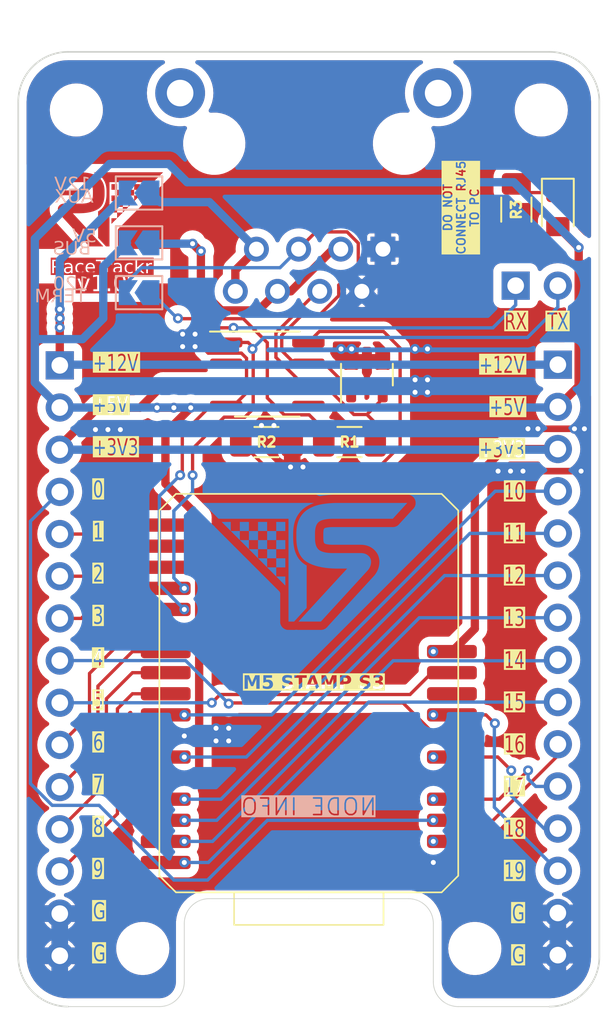
<source format=kicad_pcb>
(kicad_pcb (version 20221018) (generator pcbnew)
  (layers (0 "F.Cu" signal) (31 "B.Cu" signal) (34 "B.Paste" user) (35 "F.Paste" user) (36 "B.SilkS" user "B.Silkscreen") (37 "F.SilkS" user "F.Silkscreen") (38 "B.Mask" user) (39 "F.Mask" user) (44 "Edge.Cuts" user))
  (net 0 "")
  (net 1 "V_INPUT")
  (net 2 "GND")
  (net 3 "+5V")
  (net 4 "+3V3")
  (net 5 "CAN_TX")
  (net 6 "CAN_RX")
  (net 7 "GPIO_0")
  (net 8 "GPIO_10")
  (net 9 "GPIO_1")
  (net 10 "GPIO_12")
  (net 11 "GPIO_2")
  (net 12 "GPIO_3")
  (net 13 "GPIO_13")
  (net 14 "GPIO_4")
  (net 15 "GPIO_14")
  (net 16 "GPIO_5")
  (net 17 "GPIO_15")
  (net 18 "GPIO_6")
  (net 19 "GPIO_16")
  (net 20 "GPIO_7")
  (net 21 "GPIO_17")
  (net 22 "GPIO_8")
  (net 23 "GPIO_18")
  (net 24 "GPIO_9")
  (net 25 "GPIO_19")
  (net 26 "Net-(U4-Rs)")
  (net 27 "CAN_H")
  (net 28 "CAN_L")
  (net 30 "GPIO_11")
  (net 31 "Net-(JP1-A)")
  (net 32 "Net-(D4-K)")
  (net 35 "Net-(JP2-A)")
  (net 36 "Net-(J1-Pin_1)")
  (footprint "Connector_RJ:RJ45_Ninigi_GE" (layer "F.Cu") (at 137.965 66.38 180)
    (fp_text reference "J5" hide)
    (fp_text value "RJ45")
  )
  (footprint "Resistor_SMD:R_1206_3216Metric_Pad1.30x1.75mm_HandSolder" (layer "F.Cu") (at 146 64 -90)
    (fp_text reference "R3")
    (fp_text value "10k" hide)
  )
  (footprint "MountingHole:MountingHole_2.7mm_M2.5_DIN965" (layer "F.Cu") (at 119.5 58)
    (fp_text reference "MOUNT_L" hide)
    (fp_text value "MountingHole_2.7mm_M2.5_DIN965" hide)
  )
  (footprint "LED_SMD:LED_0805_2012Metric_Pad1.15x1.40mm_HandSolder" (layer "F.Cu") (at 148.5 64 -90)
    (fp_text reference "D4" hide)
    (fp_text value "LED" hide)
  )
  (footprint "Connector_PinHeader_2.54mm:PinHeader_1x15_P2.54mm_Vertical" (layer "F.Cu") (at 148.5 73.34)
    (fp_text reference "J1" hide)
    (fp_text value "CON_L" hide)
  )
  (footprint "Resistor_SMD:R_1206_3216Metric_Pad1.30x1.75mm_HandSolder" (layer "F.Cu") (at 135.95 78)
    (fp_text reference "R1")
    (fp_text value "120" hide)
  )
  (footprint "Connector_PinHeader_2.54mm:PinHeader_1x15_P2.54mm_Vertical" (layer "F.Cu") (at 118.5 73.38)
    (fp_text reference "J2" hide)
    (fp_text value "CON_L" hide)
  )
  (footprint "Package_SO:SOIC-8_3.9x4.9mm_P1.27mm" (layer "F.Cu") (at 131 73.905)
    (fp_text reference "U4" hide)
    (fp_text value "SN65HVD230" hide)
  )
  (footprint "MountingHole:MountingHole_2.7mm_M2.5_DIN965" (layer "F.Cu") (at 143.5 108.5)
    (fp_text reference "MOUNT_L" hide)
    (fp_text value "MountingHole_2.7mm_M2.5_DIN965" hide)
  )
  (footprint "RaceTrackr:M5StampS3" (layer "F.Cu") (at 124.5 81.12)
    (fp_text reference "U1" hide)
    (fp_text value "M5_Stamp_S3" hide)
  )
  (footprint "MountingHole:MountingHole_2.7mm_M2.5_DIN965" (layer "F.Cu") (at 147.5 58)
    (fp_text reference "MOUNT_R" hide)
    (fp_text value "MountingHole_2.7mm_M2.5_DIN965" hide)
  )
  (footprint "Connector_PinHeader_2.54mm:PinHeader_1x02_P2.54mm_Vertical" (layer "F.Cu") (at 145.96 68.58 90)
    (fp_text reference "J3" hide)
    (fp_text value "Conn_01x02_Pin" hide)
  )
  (footprint "MountingHole:MountingHole_2.7mm_M2.5_DIN965" (layer "F.Cu") (at 123.5 108.5)
    (fp_text reference "MOUNT_L" hide)
    (fp_text value "MountingHole_2.7mm_M2.5_DIN965" hide)
  )
  (footprint "Package_TO_SOT_SMD:SOT-23" (layer "F.Cu") (at 137 73.9375 90)
    (fp_text reference "U3" hide)
    (fp_text value "ESD2CAN24-Q1" hide)
  )
  (footprint "Resistor_SMD:R_1206_3216Metric_Pad1.30x1.75mm_HandSolder" (layer "F.Cu") (at 130.95 78)
    (fp_text reference "R2")
    (fp_text value "10k" hide)
  )
  (footprint "Jumper:SolderJumper-2_P1.3mm_Open_TrianglePad1.0x1.5mm" (layer "B.Cu") (at 123.275 66 180)
    (fp_text reference "JP2" hide)
    (fp_text value "Jumper" hide)
  )
  (footprint "Jumper:SolderJumper-2_P1.3mm_Open_TrianglePad1.0x1.5mm" (layer "B.Cu") (at 123.275 63 180)
    (fp_text reference "JP3" hide)
    (fp_text value "Jumper" hide)
  )
  (footprint "Jumper:SolderJumper-2_P1.3mm_Open_TrianglePad1.0x1.5mm" (layer "B.Cu") (at 123.275 69 180)
    (fp_text reference "JP1" hide)
    (fp_text value "Jumper" hide)
  )
  (gr_poly (pts (xy 124.129233 62.344717) (xy 124.02803 62.345114) (xy 121.493983 62.345114) (xy 121.493983 66.216034) (xy 121.282647 66.216034) (xy 121.208431 66.135469) (xy 120.809175 65.701089) (xy 120.809175 64.103866) (xy 120.813458 64.101593) (xy 120.817807 64.099373) (xy 120.826588 64.095011) (xy 120.830964 64.092826) (xy 120.835294 64.090611) (xy 120.83955 64.088345) (xy 120.843703 64.086006) (xy 120.900822 64.050209) (xy 120.954302 64.010616) (xy 121.004137 63.967242) (xy 121.05032 63.9201) (xy 121.092845 63.869206) (xy 121.131706 63.814572) (xy 121.166897 63.756213) (xy 121.19841 63.694142) (xy 121.22624 63.628374) (xy 121.25038 63.558922) (xy 121.270823 63.485801) (xy 121.287564 63.409025) (xy 121.300596 63.328606) (xy 121.309913 63.24456) (xy 121.315507 63.1569) (xy 121.317373 63.065641) (xy 121.317373 62.904907) (xy 121.316864 62.859497) (xy 121.315338 62.814952) (xy 121.312795 62.771281) (xy 121.309238 62.728492) (xy 121.304666 62.686596) (xy 121.299081 62.6456) (xy 121.292486 62.605514) (xy 121.284879 62.566347) (xy 121.276264 62.528108) (xy 121.26664 62.490806) (xy 121.256009 62.454449) (xy 121.244373 62.419048) (xy 121.231732 62.38461) (xy 121.218088 62.351145) (xy 121.203441 62.318663) (xy 121.187794 62.287171) (xy 121.171105 62.256222) (xy 121.153561 62.226038) (xy 121.135167 62.196623) (xy 121.115928 62.167984) (xy 121.09585 62.140126) (xy 121.074938 62.113056) (xy 121.053197 62.086778) (xy 121.030631 62.061299) (xy 121.007248 62.036625) (xy 120.98305 62.012761) (xy 120.958045 61.989713) (xy 120.932237 61.967488) (xy 120.905632 61.94609) (xy 120.878234 61.925526) (xy 120.850048 61.905801) (xy 120.821081 61.886922) (xy 120.787256 61.86651) (xy 120.752478 61.847077) (xy 120.716778 61.828597) (xy 120.680191 61.811045) (xy 120.642747 61.794395) (xy 120.604481 61.778622) (xy 120.565423 61.7637) (xy 120.525608 61.749603) (xy 122.609995 61.749603) (xy 124.575122 61.749405) (xy 124.724545 61.749405)) (fill solid) (layer "F.Cu"))
  (gr_poly (pts (xy 121.955945 63.491289) (xy 121.613442 63.491289) (xy 121.613442 63.148786) (xy 121.955945 63.148786)) (fill solid) (layer "F.Cu"))
  (gr_poly (pts (xy 123.325561 62.806481) (xy 122.983058 62.806481) (xy 122.983058 62.463978) (xy 123.325561 62.463978)) (fill solid) (layer "F.Cu"))
  (gr_poly (pts (xy 117.25 61.75) (xy 119.655856 61.75) (xy 119.737014 61.750837) (xy 119.81678 61.753349) (xy 119.895154 61.757535) (xy 119.972141 61.763395) (xy 120.047741 61.770929) (xy 120.121958 61.780138) (xy 120.194793 61.791021) (xy 120.26625 61.803578) (xy 120.301308 61.810578) (xy 120.335789 61.818182) (xy 120.369692 61.826391) (xy 120.403017 61.835204) (xy 120.435762 61.844622) (xy 120.467928 61.854645) (xy 120.499514 61.865272) (xy 120.530519 61.876504) (xy 120.560942 61.888341) (xy 120.590784 61.900782) (xy 120.620043 61.913827) (xy 120.648719 61.927478) (xy 120.676812 61.941733) (xy 120.70432 61.956592) (xy 120.731243 61.972056) (xy 120.757581 61.988125) (xy 120.783233 62.004857) (xy 120.808172 62.022309) (xy 120.832398 62.040483) (xy 120.85591 62.059377) (xy 120.878706 62.078992) (xy 120.900787 62.099328) (xy 120.922151 62.120385) (xy 120.942798 62.142162) (xy 120.962725 62.164661) (xy 120.981934 62.18788) (xy 121.000421 62.211821) (xy 121.018188 62.236482) (xy 121.035233 62.261864) (xy 121.051555 62.287967) (xy 121.067153 62.314791) (xy 121.082026 62.342336) (xy 121.096118 62.370695) (xy 121.109299 62.399961) (xy 121.121569 62.430134) (xy 121.132929 62.461216) (xy 121.143377 62.493205) (xy 121.152916 62.526103) (xy 121.161545 62.559909) (xy 121.169264 62.594625) (xy 121.176074 62.630249) (xy 121.181976 62.666783) (xy 121.186968 62.704227) (xy 121.191052 62.742581) (xy 121.194228 62.781846) (xy 121.196496 62.822021) (xy 121.197857 62.863107) (xy 121.198311 62.905105) (xy 121.198311 63.065839) (xy 121.196692 63.148988) (xy 121.191837 63.228694) (xy 121.183747 63.304958) (xy 121.178488 63.341799) (xy 121.172421 63.37778) (xy 121.165545 63.4129) (xy 121.15786 63.447159) (xy 121.149367 63.480557) (xy 121.140065 63.513094) (xy 121.129955 63.544771) (xy 121.119037 63.575587) (xy 121.10731 63.605542) (xy 121.094776 63.634635) (xy 121.081433 63.662868) (xy 121.067282 63.69024) (xy 121.052323 63.716751) (xy 121.036557 63.742401) (xy 121.019982 63.767189) (xy 121.0026 63.791116) (xy 120.98441 63.814183) (xy 120.965413 63.836388) (xy 120.945608 63.857731) (xy 120.924996 63.878213) (xy 120.903576 63.897834) (xy 120.881349 63.916594) (xy 120.858315 63.934492) (xy 120.834474 63.951529) (xy 120.809825 63.967704) (xy 120.78437 63.983017) (xy 120.731327 64.011853) (xy 120.675706 64.038828) (xy 120.617508 64.063943) (xy 120.556731 64.087197) (xy 120.493376 64.108591) (xy 120.427441 64.128125) (xy 120.358926 64.145798) (xy 120.28783 64.161611) (xy 120.214153 64.175564) (xy 120.137894 64.187656) (xy 120.059053 64.197888) (xy 119.977629 64.206259) (xy 119.893621 64.212771) (xy 119.807029 64.217422) (xy 119.717852 64.220212) (xy 119.62609 64.221142) (xy 119.286564 64.221142) (xy 120.809175 65.876905) (xy 121.120921 66.215836) (xy 120.27518 66.215836) (xy 118.524366 64.304089) (xy 118.513425 64.29209) (xy 118.502925 64.279905) (xy 118.492868 64.267533) (xy 118.483252 64.254976) (xy 118.474078 64.242233) (xy 118.465346 64.229303) (xy 118.457056 64.216188) (xy 118.449208 64.202886) (xy 118.441801 64.189399) (xy 118.434836 64.175725) (xy 118.428314 64.161865) (xy 118.422232 64.14782) (xy 118.416593 64.133588) (xy 118.411396 64.11917) (xy 118.40664 64.104567) (xy 118.402327 64.089777) (xy 118.398443 64.074931) (xy 118.395053 64.060233) (xy 118.392155 64.045681) (xy 118.389751 64.031275) (xy 118.387839 64.017013) (xy 118.386421 64.002894) (xy 118.385495 63.988917) (xy 118.385063 63.97508) (xy 118.385123 63.961383) (xy 118.385677 63.947824) (xy 118.386723 63.934403) (xy 118.388262 63.921117) (xy 118.390295 63.907967) (xy 118.39282 63.89495) (xy 118.395839 63.882066) (xy 118.39935 63.869313) (xy 118.403338 63.857544) (xy 118.407861 63.845976) (xy 118.412919 63.834609) (xy 118.418512 63.823446) (xy 118.424639 63.812486) (xy 118.431302 63.80173) (xy 118.438499 63.791179) (xy 118.446231 63.780834) (xy 118.454498 63.770697) (xy 118.4633 63.760767) (xy 118.472636 63.751046) (xy 118.482508 63.741535) (xy 118.492914 63.732233) (xy 118.503855 63.723144) (xy 118.515331 63.714266) (xy 118.527342 63.705602) (xy 118.539853 63.697312) (xy 118.552755 63.689556) (xy 118.566048 63.682336) (xy 118.579733 63.67565) (xy 118.593809 63.669499) (xy 118.608278 63.663883) (xy 118.623139 63.658802) (xy 118.638393 63.654256) (xy 118.65404 63.650245) (xy 118.67008 63.646768) (xy 118.686513 63.643827) (xy 118.703341 63.64142) (xy 118.720562 63.639548) (xy 118.738179 63.638211) (xy 118.756189 63.637408) (xy 118.774595 63.637141) (xy 119.804883 63.637141) (xy 119.852336 63.636678) (xy 119.897955 63.635289) (xy 119.941742 63.632972) (xy 119.983694 63.629727) (xy 120.023811 63.625554) (xy 120.062093 63.62045) (xy 120.098539 63.614416) (xy 120.133148 63.60745) (xy 120.16592 63.599551) (xy 120.196855 63.590719) (xy 120.225951 63.580953) (xy 120.253209 63.570252) (xy 120.278627 63.558615) (xy 120.302205 63.546041) (xy 120.323943 63.532529) (xy 120.343839 63.518078) (xy 120.362257 63.502438) (xy 120.379484 63.485207) (xy 120.395521 63.466388) (xy 120.410368 63.44598) (xy 120.424026 63.423986) (xy 120.436495 63.400405) (xy 120.447775 63.375239) (xy 120.457866 63.348489) (xy 120.466769 63.320155) (xy 120.474484 63.290238) (xy 120.481011 63.258739) (xy 120.486351 63.225659) (xy 120.490504 63.190999) (xy 120.49347 63.15476) (xy 120.495249 63.116942) (xy 120.495842 63.077547) (xy 120.495842 62.892802) (xy 120.495249 62.853432) (xy 120.49347 62.81569) (xy 120.490504 62.779576) (xy 120.486351 62.74509) (xy 120.481011 62.712231) (xy 120.474484 62.681001) (xy 120.466769 62.651398) (xy 120.457866 62.623423) (xy 120.447775 62.597076) (xy 120.436495 62.572356) (xy 120.430409 62.560607) (xy 120.424026 62.549265) (xy 120.417346 62.538329) (xy 120.410368 62.527801) (xy 120.403093 62.517679) (xy 120.395521 62.507965) (xy 120.387651 62.498657) (xy 120.379484 62.489757) (xy 120.371019 62.481263) (xy 120.362257 62.473176) (xy 120.353197 62.465497) (xy 120.343839 62.458224) (xy 120.323943 62.44456) (xy 120.302205 62.431771) (xy 120.278627 62.419858) (xy 120.253209 62.408822) (xy 120.225951 62.398664) (xy 120.196855 62.389385) (xy 120.16592 62.380985) (xy 120.133148 62.373466) (xy 120.098539 62.366828) (xy 120.062093 62.361073) (xy 120.023811 62.3562) (xy 119.983694 62.352212) (xy 119.941742 62.349108) (xy 119.897955 62.34689) (xy 119.852336 62.345558) (xy 119.804883 62.345114) (xy 117.567897 62.345114) (xy 117.021797 61.749405)) (fill solid) (layer "F.Cu"))
  (gr_poly (pts (xy 122.298249 63.833792) (xy 121.955747 63.833792) (xy 121.955747 63.491289) (xy 122.298249 63.491289)) (fill solid) (layer "F.Cu"))
  (gr_poly (pts (xy 121.955945 62.806481) (xy 121.613442 62.806481) (xy 121.613442 62.463978) (xy 121.955945 62.463978)) (fill solid) (layer "F.Cu"))
  (gr_poly (pts (xy 122.298249 64.176097) (xy 122.298249 63.833594) (xy 122.640753 63.833594)) (fill solid) (layer "F.Cu"))
  (gr_poly (pts (xy 121.955747 64.5186) (xy 121.955747 64.176097) (xy 122.298249 64.176097)) (fill solid) (layer "F.Cu"))
  (gr_poly (pts (xy 122.640753 63.833594) (xy 122.640753 63.491289) (xy 122.983058 63.491289)) (fill solid) (layer "F.Cu"))
  (gr_poly (pts (xy 122.983256 63.148786) (xy 122.640753 63.148786) (xy 122.640753 62.806283) (xy 122.983256 62.806283)) (fill solid) (layer "F.Cu"))
  (gr_poly (pts (xy 122.298249 63.148786) (xy 121.955747 63.148786) (xy 121.955747 62.806283) (xy 122.298249 62.806283)) (fill solid) (layer "F.Cu"))
  (gr_poly (pts (xy 121.613442 64.860905) (xy 121.613442 64.5186) (xy 121.955747 64.5186)) (fill solid) (layer "F.Cu"))
  (gr_poly (pts (xy 122.640753 63.491289) (xy 122.298249 63.491289) (xy 122.298249 63.148786) (xy 122.640753 63.148786)) (fill solid) (layer "F.Cu"))
  (gr_poly (pts (xy 122.983058 63.491289) (xy 122.983058 63.148786) (xy 123.325561 63.148786)) (fill solid) (layer "F.Cu"))
  (gr_poly (pts (xy 123.668064 62.806283) (xy 123.668064 62.463978) (xy 124.010369 62.463978)) (fill solid) (layer "F.Cu"))
  (gr_poly (pts (xy 122.640753 62.806481) (xy 122.298249 62.806481) (xy 122.298249 62.463978) (xy 122.640753 62.463978)) (fill solid) (layer "F.Cu"))
  (gr_poly (pts (xy 121.955945 64.176097) (xy 121.613442 64.176097) (xy 121.613442 63.833594) (xy 121.955945 63.833594)) (fill solid) (layer "F.Cu"))
  (gr_poly (pts (xy 123.325561 63.148786) (xy 123.325561 62.806283) (xy 123.668064 62.806283)) (fill solid) (layer "F.Cu"))
  (gr_poly (pts (xy 131.537568 86.09601) (xy 131.537568 85.548006) (xy 130.989563 85.548006)) (fill solid) (layer "B.Cu"))
  (gr_poly (pts (xy 131.53725 83.35662) (xy 132.085255 83.35662) (xy 132.085255 82.808615) (xy 131.53725 82.808615)) (fill solid) (layer "B.Cu"))
  (gr_poly (pts (xy 128.05999 82.617798) (xy 128.221915 82.618433) (xy 132.27639 82.618433) (xy 132.27639 88.811905) (xy 132.614528 88.811905) (xy 132.733272 88.683) (xy 133.372082 87.987993) (xy 133.372082 85.432435) (xy 133.365229 85.428798) (xy 133.358271 85.425247) (xy 133.344222 85.418267) (xy 133.337219 85.414771) (xy 133.330291 85.411227) (xy 133.323482 85.407601) (xy 133.316837 85.40386) (xy 133.225447 85.346584) (xy 133.139879 85.283235) (xy 133.060144 85.213837) (xy 132.98625 85.13841) (xy 132.91821 85.056979) (xy 132.856032 84.969565) (xy 132.799727 84.87619) (xy 132.749306 84.776877) (xy 132.704778 84.671648) (xy 132.666154 84.560526) (xy 132.633445 84.443532) (xy 132.606659 84.320689) (xy 132.585808 84.19202) (xy 132.570902 84.057546) (xy 132.561951 83.917291) (xy 132.558965 83.771275) (xy 132.558965 83.5141) (xy 132.559779 83.441445) (xy 132.562222 83.370173) (xy 132.56629 83.300299) (xy 132.571982 83.231838) (xy 132.579297 83.164804) (xy 132.588232 83.09921) (xy 132.598785 83.035073) (xy 132.610955 82.972406) (xy 132.62474 82.911223) (xy 132.640138 82.851539) (xy 132.657147 82.793369) (xy 132.675765 82.736727) (xy 132.695991 82.681626) (xy 132.717821 82.628083) (xy 132.741256 82.57611) (xy 132.766292 82.525723) (xy 132.792994 82.476206) (xy 132.821065 82.427911) (xy 132.850495 82.380847) (xy 132.881277 82.335025) (xy 132.913402 82.290452) (xy 132.946862 82.247139) (xy 132.981648 82.205095) (xy 133.017752 82.164329) (xy 133.055166 82.12485) (xy 133.093881 82.086668) (xy 133.13389 82.049791) (xy 133.175183 82.01423) (xy 133.217752 81.979994) (xy 133.261588 81.947092) (xy 133.306685 81.915532) (xy 133.353032 81.885325) (xy 133.407152 81.852666) (xy 133.462798 81.821572) (xy 133.519917 81.792005) (xy 133.578457 81.763921) (xy 133.638367 81.737282) (xy 133.699593 81.712045) (xy 133.762085 81.68817) (xy 133.825789 81.665616) (xy 130.49077 81.665616) (xy 127.346567 81.665298) (xy 127.10749 81.665298)) (fill solid) (layer "B.Cu"))
  (gr_poly (pts (xy 131.53725 84.452313) (xy 132.085255 84.452313) (xy 132.085255 83.904308) (xy 131.53725 83.904308)) (fill solid) (layer "B.Cu"))
  (gr_poly (pts (xy 130.989563 83.904308) (xy 131.537568 83.904308) (xy 131.537568 83.356303) (xy 130.989563 83.356303)) (fill solid) (layer "B.Cu"))
  (gr_poly (pts (xy 130.989563 85.000318) (xy 131.537568 85.000318) (xy 131.537568 84.452313) (xy 130.989563 84.452313)) (fill solid) (layer "B.Cu"))
  (gr_poly (pts (xy 129.893552 83.904308) (xy 130.441558 83.904308) (xy 130.441558 83.356303) (xy 129.893552 83.356303)) (fill solid) (layer "B.Cu"))
  (gr_poly (pts (xy 130.989563 85.548006) (xy 130.989563 85) (xy 130.441558 85)) (fill solid) (layer "B.Cu"))
  (gr_poly (pts (xy 130.441558 84.452313) (xy 130.989563 84.452313) (xy 130.989563 83.904308) (xy 130.441558 83.904308)) (fill solid) (layer "B.Cu"))
  (gr_poly (pts (xy 132.085255 86.643698) (xy 132.085255 86.09601) (xy 131.537568 86.09601)) (fill solid) (layer "B.Cu"))
  (gr_poly (pts (xy 139.066762 81.66625) (xy 135.217392 81.66625) (xy 135.087539 81.66759) (xy 134.959915 81.671608) (xy 134.834515 81.678305) (xy 134.711337 81.687682) (xy 134.590377 81.699737) (xy 134.47163 81.714471) (xy 134.355093 81.731884) (xy 134.240763 81.751975) (xy 134.18467 81.763175) (xy 134.1295 81.775341) (xy 134.075255 81.788475) (xy 134.021936 81.802577) (xy 133.969543 81.817646) (xy 133.918077 81.833682) (xy 133.86754 81.850686) (xy 133.817932 81.868657) (xy 133.769254 81.887595) (xy 133.721508 81.907501) (xy 133.674693 81.928374) (xy 133.628811 81.950214) (xy 133.583864 81.973022) (xy 133.539851 81.996798) (xy 133.496773 82.02154) (xy 133.454633 82.04725) (xy 133.41359 82.074021) (xy 133.373687 82.101945) (xy 133.334925 82.131022) (xy 133.297307 82.161253) (xy 133.260832 82.192637) (xy 133.225503 82.225174) (xy 133.19132 82.258865) (xy 133.158286 82.29371) (xy 133.126402 82.329708) (xy 133.095669 82.366859) (xy 133.066088 82.405163) (xy 133.037661 82.444621) (xy 133.010389 82.485233) (xy 132.984274 82.526998) (xy 132.959318 82.569916) (xy 132.93552 82.613988) (xy 132.912973 82.659362) (xy 132.891883 82.706187) (xy 132.872251 82.754465) (xy 132.854077 82.804195) (xy 132.837358 82.855378) (xy 132.822096 82.908015) (xy 132.80829 82.962105) (xy 132.795939 83.017649) (xy 132.785043 83.074649) (xy 132.775601 83.133103) (xy 132.767613 83.193014) (xy 132.761079 83.25438) (xy 132.755997 83.317204) (xy 132.752368 83.381484) (xy 132.750191 83.447222) (xy 132.749465 83.514418) (xy 132.749465 83.771593) (xy 132.752055 83.90463) (xy 132.759822 84.03216) (xy 132.772768 84.154183) (xy 132.781181 84.213129) (xy 132.790889 84.270698) (xy 132.801891 84.326889) (xy 132.814186 84.381704) (xy 132.827775 84.435141) (xy 132.842658 84.487201) (xy 132.858834 84.537884) (xy 132.876303 84.587189) (xy 132.895066 84.635117) (xy 132.915121 84.681667) (xy 132.936469 84.726839) (xy 132.959111 84.770634) (xy 132.983045 84.813051) (xy 133.008271 84.854091) (xy 133.03479 84.893753) (xy 133.062602 84.932036) (xy 133.091705 84.968942) (xy 133.122101 85.00447) (xy 133.153789 85.03862) (xy 133.186769 85.071391) (xy 133.22104 85.102785) (xy 133.256603 85.1328) (xy 133.293458 85.161437) (xy 133.331604 85.188696) (xy 133.371042 85.214576) (xy 133.41177 85.239078) (xy 133.49664 85.285214) (xy 133.585632 85.328375) (xy 133.67875 85.368558) (xy 133.775992 85.405765) (xy 133.877361 85.439996) (xy 133.982857 85.47125) (xy 134.092481 85.499527) (xy 134.206235 85.524828) (xy 134.324118 85.547152) (xy 134.446132 85.5665) (xy 134.572278 85.582871) (xy 134.702556 85.596265) (xy 134.836969 85.606683) (xy 134.975516 85.614125) (xy 135.118199 85.618589) (xy 135.265018 85.620078) (xy 135.80826 85.620078) (xy 133.372082 88.269297) (xy 132.873289 88.811588) (xy 134.226475 88.811588) (xy 137.027777 85.752793) (xy 137.045283 85.733594) (xy 137.062082 85.714098) (xy 137.078174 85.694303) (xy 137.093559 85.674212) (xy 137.108237 85.653822) (xy 137.122208 85.633135) (xy 137.135473 85.61215) (xy 137.14803 85.590868) (xy 137.15988 85.569288) (xy 137.171024 85.54741) (xy 137.181461 85.525235) (xy 137.19119 85.502762) (xy 137.200213 85.479991) (xy 137.208529 85.456923) (xy 137.216138 85.433557) (xy 137.223039 85.409893) (xy 137.229253 85.38614) (xy 137.234678 85.362623) (xy 137.239314 85.33934) (xy 137.243161 85.31629) (xy 137.246219 85.293471) (xy 137.248489 85.27088) (xy 137.24997 85.248516) (xy 137.250662 85.226378) (xy 137.250565 85.204463) (xy 137.24968 85.182769) (xy 137.248005 85.161294) (xy 137.245542 85.140038) (xy 137.24229 85.118997) (xy 137.23825 85.09817) (xy 137.23342 85.077555) (xy 137.227802 85.05715) (xy 137.221421 85.03832) (xy 137.214184 85.019811) (xy 137.206092 85.001625) (xy 137.197143 84.983763) (xy 137.187339 84.966227) (xy 137.17668 84.949017) (xy 137.165164 84.932136) (xy 137.152793 84.915585) (xy 137.139566 84.899365) (xy 137.125483 84.883477) (xy 137.110544 84.867924) (xy 137.09475 84.852705) (xy 137.0781 84.837824) (xy 137.060594 84.82328) (xy 137.042232 84.809076) (xy 137.023015 84.795213) (xy 137.002997 84.781949) (xy 136.982354 84.76954) (xy 136.961085 84.757987) (xy 136.93919 84.74729) (xy 136.916667 84.737449) (xy 136.893517 84.728464) (xy 136.86974 84.720334) (xy 136.845334 84.71306) (xy 136.820299 84.706642) (xy 136.794635 84.701079) (xy 136.768341 84.696373) (xy 136.741417 84.692522) (xy 136.713862 84.689526) (xy 136.685676 84.687387) (xy 136.656859 84.686103) (xy 136.62741 84.685676) (xy 134.97895 84.685676) (xy 134.903025 84.684935) (xy 134.830034 84.682712) (xy 134.759976 84.679006) (xy 134.692852 84.673814) (xy 134.628665 84.667136) (xy 134.567414 84.65897) (xy 134.5091 84.649315) (xy 134.453725 84.63817) (xy 134.40129 84.625532) (xy 134.351794 84.611401) (xy 134.30524 84.595775) (xy 134.261628 84.578653) (xy 134.220959 84.560034) (xy 134.183234 84.539915) (xy 134.148454 84.518296) (xy 134.11662 84.495175) (xy 134.087151 84.47015) (xy 134.059588 84.442581) (xy 134.033929 84.41247) (xy 134.010173 84.379819) (xy 133.98832 84.344628) (xy 133.96837 84.306898) (xy 133.950322 84.266633) (xy 133.934176 84.223832) (xy 133.919931 84.178497) (xy 133.907587 84.13063) (xy 133.897144 84.080232) (xy 133.8886 84.027304) (xy 133.881956 83.971849) (xy 133.87721 83.913866) (xy 133.874364 83.853358) (xy 133.873415 83.790325) (xy 133.873415 83.494733) (xy 133.874364 83.431741) (xy 133.87721 83.371354) (xy 133.881956 83.313572) (xy 133.8886 83.258394) (xy 133.897144 83.20582) (xy 133.907587 83.155851) (xy 133.919931 83.108487) (xy 133.934176 83.063727) (xy 133.950322 83.021571) (xy 133.96837 82.98202) (xy 133.978107 82.963221) (xy 133.98832 82.945073) (xy 133.999009 82.927577) (xy 134.010173 82.910731) (xy 134.021813 82.894537) (xy 134.033929 82.878994) (xy 134.04652 82.864102) (xy 134.059588 82.849861) (xy 134.073132 82.836271) (xy 134.087151 82.823332) (xy 134.101647 82.811044) (xy 134.11662 82.799408) (xy 134.148454 82.777545) (xy 134.183234 82.757083) (xy 134.220959 82.738023) (xy 134.261628 82.720365) (xy 134.30524 82.704113) (xy 134.351794 82.689266) (xy 134.40129 82.675826) (xy 134.453725 82.663796) (xy 134.5091 82.653175) (xy 134.567414 82.643966) (xy 134.628665 82.63617) (xy 134.692852 82.629789) (xy 134.759976 82.624823) (xy 134.830034 82.621274) (xy 134.903025 82.619143) (xy 134.97895 82.618433) (xy 138.558127 82.618433) (xy 139.431887 81.665298)) (fill solid) (layer "B.Cu"))
  (gr_poly (pts (xy 129.89387 84.452313) (xy 129.89387 83.904308) (xy 129.345865 83.904308)) (fill solid) (layer "B.Cu"))
  (gr_poly (pts (xy 130.441558 85) (xy 130.441558 84.452313) (xy 129.89387 84.452313)) (fill solid) (layer "B.Cu"))
  (gr_poly (pts (xy 130.441558 83.35662) (xy 130.989563 83.35662) (xy 130.989563 82.808615) (xy 130.441558 82.808615)) (fill solid) (layer "B.Cu"))
  (gr_poly (pts (xy 129.345865 83.35662) (xy 129.89387 83.35662) (xy 129.89387 82.808615) (xy 129.345865 82.808615)) (fill solid) (layer "B.Cu"))
  (gr_poly (pts (xy 129.345865 83.904308) (xy 129.345865 83.356303) (xy 128.79786 83.356303)) (fill solid) (layer "B.Cu"))
  (gr_poly (pts (xy 131.53725 85.548006) (xy 132.085255 85.548006) (xy 132.085255 85) (xy 131.53725 85)) (fill solid) (layer "B.Cu"))
  (gr_poly (pts (xy 128.79786 83.356303) (xy 128.79786 82.808615) (xy 128.250173 82.808615)) (fill solid) (layer "B.Cu"))
  (gr_line (start 151 57.5) (end 151 109) (stroke (width 0.1)) (layer "Edge.Cuts"))
  (gr_line (start 119 112) (end 124.5 112) (stroke (width 0.05)) (layer "Edge.Cuts"))
  (gr_line (start 142.5 112) (end 148 112) (stroke (width 0.05)) (layer "Edge.Cuts"))
  (gr_line (start 126 107) (end 126 110.5) (stroke (width 0.05)) (layer "Edge.Cuts"))
  (gr_arc (start 126 110.5) (mid 125.56066 111.56066) (end 124.5 112) (stroke (width 0.05)) (layer "Edge.Cuts"))
  (gr_arc (start 119 112) (mid 116.87868 111.12132) (end 116 109) (stroke (width 0.1)) (layer "Edge.Cuts"))
  (gr_line (start 116 109) (end 116 57.5) (stroke (width 0.1)) (layer "Edge.Cuts"))
  (gr_arc (start 126 107) (mid 126.43934 105.93934) (end 127.5 105.5) (stroke (width 0.05)) (layer "Edge.Cuts"))
  (gr_line locked (start 119 54.5) (end 148 54.5) (stroke (width 0.1)) (layer "Edge.Cuts"))
  (gr_arc (start 151 109) (mid 150.12132 111.12132) (end 148 112) (stroke (width 0.1)) (layer "Edge.Cuts"))
  (gr_arc (start 142.5 112) (mid 141.43934 111.56066) (end 141 110.5) (stroke (width 0.05)) (layer "Edge.Cuts"))
  (gr_line (start 141 107) (end 141 110.5) (stroke (width 0.05)) (layer "Edge.Cuts"))
  (gr_arc (start 139.5 105.5) (mid 140.56066 105.93934) (end 141 107) (stroke (width 0.05)) (layer "Edge.Cuts"))
  (gr_line (start 133.5 105.5) (end 127.5 105.5) (stroke (width 0.05)) (layer "Edge.Cuts"))
  (gr_arc (start 148 54.5) (mid 150.12132 55.37868) (end 151 57.5) (stroke (width 0.1)) (layer "Edge.Cuts"))
  (gr_arc (start 116 57.5) (mid 116.87868 55.37868) (end 119 54.5) (stroke (width 0.1)) (layer "Edge.Cuts"))
  (gr_line (start 133.5 105.5) (end 139.5 105.5) (stroke (width 0.05)) (layer "Edge.Cuts"))
  (gr_text "RaceTrackr" (at 121 67.5) (layer "F.Cu" knockout) (effects (font (size 0.8 0.8))))
  (gr_text "v1.0" (at 121.05 68.5) (layer "F.Cu" knockout) (effects (font (size 1 1) (thickness 0.1))))
  (gr_text "BUS" (at 118.088576 66.375) (layer "B.SilkS") (effects (font (size 0.8 0.8)) (justify right mirror)))
  (gr_text "          NODE INFO          \n \n " (at 133.5 101.586) (layer "B.SilkS" knockout) (effects (font (size 1 1) (thickness 0.1)) (justify mirror)))
  (gr_text "5V" (at 119.25 65.625) (layer "B.SilkS") (effects (font (size 0.8 0.8)) (justify right mirror)))
  (gr_text "120" (at 118.088576 68.5) (layer "B.SilkS") (effects (font (size 0.8 0.8)) (justify right mirror)))
  (gr_text "AUX" (at 118.186274 63.25) (layer "B.SilkS") (effects (font (size 0.8 0.8)) (justify right mirror)))
  (gr_text "12V" (at 118.164389 62.5) (layer "B.SilkS") (effects (font (size 0.8 0.8)) (justify right mirror)))
  (gr_text "TERM" (at 116.981082 69.25) (layer "B.SilkS") (effects (font (size 0.8 0.8)) (justify right mirror)))
  (gr_text "2" (at 120.5 86.58) (layer "F.SilkS" knockout) (effects (font (size 1 0.7)) (justify left bottom)))
  (gr_text "DO NOT\nCONNECT RJ45\nTO PC\n" (at 142.68 63.881 90) (layer "F.SilkS" knockout) (effects (font (size 0.5 0.5) (thickness 0.1))))
  (gr_text "+5V" (at 146.5 76.54) (layer "F.SilkS" knockout) (effects (font (size 1 0.7)) (justify right bottom)))
  (gr_text "+5V" (at 120.5 76.42) (layer "F.SilkS" knockout) (effects (font (size 1 0.7)) (justify left bottom)))
  (gr_text "18" (at 146.5 101.94) (layer "F.SilkS" knockout) (effects (font (size 1 0.7)) (justify right bottom)))
  (gr_text "5" (at 120.5 94.2) (layer "F.SilkS" knockout) (effects (font (size 1 0.7)) (justify left bottom)))
  (gr_text "8" (at 120.5 101.82) (layer "F.SilkS" knockout) (effects (font (size 1 0.7)) (justify left bottom)))
  (gr_text "4" (at 120.5 91.66) (layer "F.SilkS" knockout) (effects (font (size 1 0.7)) (justify left bottom)))
  (gr_text "11" (at 146.5 84.16) (layer "F.SilkS" knockout) (effects (font (size 1 0.7)) (justify right bottom)))
  (gr_text "13" (at 146.5 89.24) (layer "F.SilkS" knockout) (effects (font (size 1 0.7)) (justify right bottom)))
  (gr_text "+3V3" (at 120.5 78.96) (layer "F.SilkS" knockout) (effects (font (size 1 0.7)) (justify left bottom)))
  (gr_text "16" (at 146.5 96.86) (layer "F.SilkS" knockout) (effects (font (size 1 0.7)) (justify right bottom)))
  (gr_text "G" (at 120.5 106.9) (layer "F.SilkS" knockout) (effects (font (size 1 0.7)) (justify left bottom)))
  (gr_text "1" (at 120.5 84.04) (layer "F.SilkS" knockout) (effects (font (size 1 0.7)) (justify left bottom)))
  (gr_text "10" (at 146.5 81.62) (layer "F.SilkS" knockout) (effects (font (size 1 0.7)) (justify right bottom)))
  (gr_text "14" (at 146.5 91.78) (layer "F.SilkS" knockout) (effects (font (size 1 0.7)) (justify right bottom)))
  (gr_text "19" (at 146.5 104.48) (layer "F.SilkS" knockout) (effects (font (size 1 0.7)) (justify right bottom)))
  (gr_text "RX" (at 145.96 70.8) (layer "F.SilkS" knockout) (effects (font (size 1 0.7))))
  (gr_text "9" (at 120.5 104.36) (layer "F.SilkS" knockout) (effects (font (size 1 0.7)) (justify left bottom)))
  (gr_text "0" (at 120.5 81.5) (layer "F.SilkS" knockout) (effects (font (size 1 0.7)) (justify left bottom)))
  (gr_text "G" (at 146.5 109.56) (layer "F.SilkS" knockout) (effects (font (size 1 0.7)) (justify right bottom)))
  (gr_text "+3V3" (at 146.5 79.08) (layer "F.SilkS" knockout) (effects (font (size 1 0.7)) (justify right bottom)))
  (gr_text "+12V" (at 120.5 73.88) (layer "F.SilkS" knockout) (effects (font (size 1 0.7)) (justify left bottom)))
  (gr_text "+12V" (at 146.5 74) (layer "F.SilkS" knockout) (effects (font (size 1 0.7)) (justify right bottom)))
  (gr_text "17" (at 146.5 99.4) (layer "F.SilkS" knockout) (effects (font (size 1 0.7)) (justify right bottom)))
  (gr_text "M5 STAMP S3" (at 133.8 92.526) (layer "F.SilkS" knockout) (effects (font (size 0.8 0.8) (thickness 0.2) bold)))
  (gr_text "G" (at 120.5 109.44) (layer "F.SilkS" knockout) (effects (font (size 1 0.7)) (justify left bottom)))
  (gr_text "7" (at 120.5 99.28) (layer "F.SilkS" knockout) (effects (font (size 1 0.7)) (justify left bottom)))
  (gr_text "12" (at 146.5 86.7) (layer "F.SilkS" knockout) (effects (font (size 1 0.7)) (justify right bottom)))
  (gr_text "G" (at 146.5 107.02) (layer "F.SilkS" knockout) (effects (font (size 1 0.7)) (justify right bottom)))
  (gr_text "TX" (at 148.5 70.8) (layer "F.SilkS" knockout) (effects (font (size 1 0.7))))
  (gr_text "15" (at 146.5 94.32) (layer "F.SilkS" knockout) (effects (font (size 1 0.7)) (justify right bottom)))
  (gr_text "6" (at 120.5 96.74) (layer "F.SilkS" knockout) (effects (font (size 1 0.7)) (justify left bottom)))
  (gr_text "3" (at 120.5 89.12) (layer "F.SilkS" knockout) (effects (font (size 1 0.7)) (justify left bottom)))
  (segment (start 129.075 68.92) (end 129.075 67.65) (width 0.5) (layer "F.Cu") (net 1))
  (segment (start 129.075 67.65) (end 130.345 66.38) (width 0.5) (layer "F.Cu") (net 1))
  (segment (start 130.345 66.38) (end 127.515 63.55) (width 0.5) (layer "B.Cu") (net 1))
  (segment (start 124.55 63.55) (end 124 63) (width 0.5) (layer "B.Cu") (net 1))
  (segment (start 127.515 63.55) (end 124.55 63.55) (width 0.5) (layer "B.Cu") (net 1))
  (segment (start 133.15 79.5) (end 132.4 79.5) (width 0.5) (layer "F.Cu") (net 2))
  (segment (start 146.4 79.75) (end 149.9 79.75) (width 0.4) (layer "F.Cu") (net 2))
  (segment (start 132.4 78.1) (end 132.5 78) (width 0.5) (layer "F.Cu") (net 2))
  (segment (start 146.7 77.2) (end 147.3 77.2) (width 0.4) (layer "F.Cu") (net 2))
  (segment (start 149.5 77.2) (end 150.1 77.2) (width 0.4) (layer "F.Cu") (net 2))
  (segment (start 132.4 79.5) (end 132.4 78.1) (width 0.5) (layer "F.Cu") (net 2))
  (segment (start 142.12 103.32) (end 144.378 103.32) (width 0.8) (layer "F.Cu") (net 2))
  (segment (start 147.3 77.2) (end 149.5 77.2) (width 0.4) (layer "F.Cu") (net 2))
  (segment (start 142.12 103.32) (end 139.894 103.32) (width 0.8) (layer "F.Cu") (net 2))
  (segment (start 150.1 77.2) (end 149.8 77.2) (width 0.4) (layer "F.Cu") (net 2))
  (via (at 128.674 95.998) (size 0.6) (drill 0.3) (layers "F.Cu" "B.Cu") (net 2))
  (via (at 130.65 77) (size 0.6) (drill 0.3) (layers "F.Cu" "B.Cu") (net 2))
  (via (at 140.65 75) (size 0.6) (drill 0.3) (layers "F.Cu" "B.Cu") (net 2))
  (via (at 140.65 74.25) (size 0.6) (drill 0.3) (layers "F.Cu" "B.Cu") (net 2))
  (via (at 139.898 72.39) (size 0.6) (drill 0.3) (layers "F.Cu" "B.Cu") (net 2))
  (via (at 139.9 75) (size 0.6) (drill 0.3) (layers "F.Cu" "B.Cu") (net 2))
  (via (at 131.4 77) (size 0.6) (drill 0.3) (layers "F.Cu" "B.Cu") (net 2))
  (via (at 146.7 77.2) (size 0.6) (drill 0.3) (layers "F.Cu" "B.Cu") (net 2))
  (via (at 147.3 77.2) (size 0.6) (drill 0.3) (layers "F.Cu" "B.Cu") (net 2))
  (via (at 127.912 95.236) (size 0.6) (drill 0.3) (layers "F.Cu" "B.Cu") (net 2))
  (via (at 136.076 72.39) (size 0.6) (drill 0.3) (layers "F.Cu" "B.Cu") (net 2))
  (via (at 122.15 77.25) (size 0.6) (drill 0.3) (layers "F.Cu" "B.Cu") (net 2))
  (via (at 149.9 79.75) (size 0.6) (drill 0.3) (layers "F.Cu" "B.Cu") (net 2))
  (via (at 139.9 74.25) (size 0.6) (drill 0.3) (layers "F.Cu" "B.Cu") (net 2))
  (via (at 141 103.32) (size 0.6) (drill 0.3) (layers "F.Cu" "B.Cu") (net 2))
  (via (at 149.5 77.2) (size 0.6) (drill 0.3) (layers "F.Cu" "B.Cu") (net 2))
  (via (at 125.9 71.5) (size 0.6) (drill 0.3) (layers "F.Cu" "B.Cu") (net 2))
  (via (at 125.9 72.25) (size 0.6) (drill 0.3) (layers "F.Cu" "B.Cu") (net 2))
  (via (at 144.9 79.75) (size 0.6) (drill 0.3) (layers "F.Cu" "B.Cu") (net 2))
  (via (at 120.65 77.25) (size 0.6) (drill 0.3) (layers "F.Cu" "B.Cu") (net 2))
  (via (at 133.15 79.5) (size 0.6) (drill 0.3) (layers "F.Cu" "B.Cu") (net 2))
  (via (at 121.4 77.25) (size 0.6) (drill 0.3) (layers "F.Cu" "B.Cu") (net 2))
  (via (at 126.65 72.25) (size 0.6) (drill 0.3) (layers "F.Cu" "B.Cu") (net 2))
  (via (at 146.4 79.75) (size 0.6) (drill 0.3) (layers "F.Cu" "B.Cu") (net 2))
  (via (at 150.1 77.2) (size 0.6) (drill 0.3) (layers "F.Cu" "B.Cu") (net 2))
  (via (at 132.4 79.5) (size 0.6) (drill 0.3) (layers "F.Cu" "B.Cu") (net 2))
  (via (at 145.65 79.75) (size 0.6) (drill 0.3) (layers "F.Cu" "B.Cu") (net 2))
  (via (at 140.648 72.39) (size 0.6) (drill 0.3) (layers "F.Cu" "B.Cu") (net 2))
  (via (at 127.912 95.998) (size 0.6) (drill 0.3) (layers "F.Cu" "B.Cu") (net 2))
  (via (at 135.441 72.39) (size 0.6) (drill 0.3) (layers "F.Cu" "B.Cu") (net 2))
  (via (at 128.674 95.236) (size 0.6) (drill 0.3) (layers "F.Cu" "B.Cu") (net 2))
  (via (at 126.65 71.5) (size 0.6) (drill 0.3) (layers "F.Cu" "B.Cu") (net 2))
  (via (at 126 95.7) (size 0.6) (drill 0.3) (layers "F.Cu" "B.Cu") (net 2))
  (segment (start 124.864 80.504) (end 126.896 82.536) (width 0.5) (layer "F.Cu") (net 3))
  (segment (start 124.864 77.456) (end 124.864 80.504) (width 0.5) (layer "F.Cu") (net 3))
  (segment (start 149.75 74.63) (end 148.5 75.88) (width 0.5) (layer "F.Cu") (net 3))
  (segment (start 126.432 98.24) (end 124.88 98.24) (width 0.5) (layer "F.Cu") (net 3))
  (segment (start 126.388 75.932) (end 124.864 77.456) (width 0.5) (layer "F.Cu") (net 3))
  (segment (start 126.896 82.536) (end 126.896 97.776) (width 0.5) (layer "F.Cu") (net 3))
  (segment (start 126.896 97.776) (end 126.432 98.24) (width 0.5) (layer "F.Cu") (net 3))
  (segment (start 149.725 66.25) (end 148.5 65.025) (width 0.5) (layer "F.Cu") (net 3))
  (segment (start 126.388 75.932) (end 124.356 75.932) (width 0.5) (layer "F.Cu") (net 3))
  (segment (start 149.756 66.28) (end 149.75 74.63) (width 0.5) (layer "F.Cu") (net 3))
  (via (at 125.372 75.932) (size 0.6) (drill 0.3) (layers "F.Cu" "B.Cu") (net 3))
  (via (at 126.388 75.932) (size 0.6) (drill 0.3) (layers "F.Cu" "B.Cu") (net 3))
  (via (at 124.356 75.932) (size 0.6) (drill 0.3) (layers "F.Cu" "B.Cu") (net 3))
  (via (at 149.756 66.28) (size 0.6) (drill 0.3) (layers "F.Cu" "B.Cu") (net 3))
  (segment (start 126.388 75.932) (end 126.4 75.92) (width 0.5) (layer "B.Cu") (net 3))
  (segment (start 118.5 75.92) (end 124.344 75.92) (width 0.5) (layer "B.Cu") (net 3))
  (segment (start 148.46 75.92) (end 148.5 75.88) (width 0.5) (layer "B.Cu") (net 3))
  (segment (start 124.368 75.92) (end 125.36 75.92) (width 0.5) (layer "B.Cu") (net 3))
  (segment (start 149.725 66.225) (end 145.85 62.35) (width 0.5) (layer "B.Cu") (net 3))
  (segment (start 121.12 70.55) (end 121.12 67.43) (width 0.5) (layer "B.Cu") (net 3))
  (segment (start 124.344 75.92) (end 124.356 75.932) (width 0.5) (layer "B.Cu") (net 3))
  (segment (start 149.725 66.25) (end 149.725 66.225) (width 0.5) (layer "B.Cu") (net 3))
  (segment (start 121.12 67.43) (end 122.55 66) (width 0.5) (layer "B.Cu") (net 3))
  (segment (start 125.07 61.25) (end 121.5 61.25) (width 0.5) (layer "B.Cu") (net 3))
  (segment (start 124.356 75.932) (end 124.368 75.92) (width 0.5) (layer "B.Cu") (net 3))
  (segment (start 145.85 62.35) (end 126.17 62.35) (width 0.5) (layer "B.Cu") (net 3))
  (segment (start 125.384 75.92) (end 126.376 75.92) (width 0.5) (layer "B.Cu") (net 3))
  (segment (start 125.36 75.92) (end 125.372 75.932) (width 0.5) (layer "B.Cu") (net 3))
  (segment (start 117 65.75) (end 117 74.42) (width 0.5) (layer "B.Cu") (net 3))
  (segment (start 126.17 62.35) (end 125.07 61.25) (width 0.5) (layer "B.Cu") (net 3))
  (segment (start 126.376 75.92) (end 126.388 75.932) (width 0.5) (layer "B.Cu") (net 3))
  (segment (start 126.4 75.92) (end 148.46 75.92) (width 0.5) (layer "B.Cu") (net 3))
  (segment (start 119.87 71.8) (end 121.12 70.55) (width 0.5) (layer "B.Cu") (net 3))
  (segment (start 125.372 75.932) (end 125.384 75.92) (width 0.5) (layer "B.Cu") (net 3))
  (segment (start 117 71.8) (end 119.87 71.8) (width 0.5) (layer "B.Cu") (net 3))
  (segment (start 117 74.42) (end 118.5 75.92) (width 0.5) (layer "B.Cu") (net 3))
  (segment (start 121.5 61.25) (end 117 65.75) (width 0.5) (layer "B.Cu") (net 3))
  (segment (start 143.5 80.16005) (end 143.5 89.24) (width 0.5) (layer "F.Cu") (net 4))
  (segment (start 148.5 78.42) (end 145.24005 78.42) (width 0.5) (layer "F.Cu") (net 4))
  (segment (start 123.34 75.932) (end 124.732 74.54) (width 0.5) (layer "F.Cu") (net 4))
  (segment (start 145.24005 78.42) (end 143.5 80.16005) (width 0.5) (layer "F.Cu") (net 4))
  (segment (start 143.5 89.24) (end 142.12 90.62) (width 0.5) (layer "F.Cu") (net 4))
  (segment (start 124.732 74.54) (end 128.525 74.54) (width 0.5) (layer "F.Cu") (net 4))
  (segment (start 120.8 75.932) (end 123.34 75.932) (width 0.5) (layer "F.Cu") (net 4))
  (segment (start 118.5 78.232) (end 120.8 75.932) (width 0.5) (layer "F.Cu") (net 4))
  (segment (start 118.5 78.46) (end 118.5 78.232) (width 0.5) (layer "F.Cu") (net 4))
  (via (at 141 90.62) (size 0.6) (drill 0.3) (layers "F.Cu" "B.Cu") (net 4))
  (segment (start 118.5 78.46) (end 148.46 78.46) (width 0.5) (layer "B.Cu") (net 4))
  (segment (start 148.46 78.46) (end 148.5 78.42) (width 0.5) (layer "B.Cu") (net 4))
  (segment (start 129.844 72) (end 130.15 72.306) (width 0.2) (layer "F.Cu") (net 5))
  (segment (start 128.4 76.5) (end 129.65 76.5) (width 0.2) (layer "F.Cu") (net 5))
  (segment (start 126.5 78.4) (end 128.4 76.5) (width 0.2) (layer "F.Cu") (net 5))
  (segment (start 130.15 72.433) (end 130.107 72.39) (width 0.2) (layer "F.Cu") (net 5))
  (segment (start 128.525 72) (end 129.844 72) (width 0.2) (layer "F.Cu") (net 5))
  (segment (start 129.65 76.5) (end 130.15 76) (width 0.2) (layer "F.Cu") (net 5))
  (segment (start 130.15 76) (end 130.15 72.433) (width 0.2) (layer "F.Cu") (net 5))
  (segment (start 126.5 80) (end 126.5 78.4) (width 0.2) (layer "F.Cu") (net 5))
  (segment (start 130.15 72.347) (end 130.107 72.39) (width 0.2) (layer "F.Cu") (net 5))
  (segment (start 130.15 72.306) (end 130.15 72.347) (width 0.2) (layer "F.Cu") (net 5))
  (via (at 126 86.81) (size 0.6) (drill 0.3) (layers "F.Cu" "B.Cu") (net 5))
  (via (at 130.107 72.39) (size 0.6) (drill 0.3) (layers "F.Cu" "B.Cu") (net 5))
  (via (at 126.5 80) (size 0.6) (drill 0.3) (layers "F.Cu" "B.Cu") (net 5))
  (segment (start 146.672 71.7) (end 148.5 69.872) (width 0.2) (layer "B.Cu") (net 5))
  (segment (start 125.372 86.182) (end 126 86.81) (width 0.2) (layer "B.Cu") (net 5))
  (segment (start 126.5 80) (end 126.5 81.016) (width 0.2) (layer "B.Cu") (net 5))
  (segment (start 125.372 82.144) (end 125.372 86.182) (width 0.2) (layer "B.Cu") (net 5))
  (segment (start 130.107 72.39) (end 130.797 71.7) (width 0.2) (layer "B.Cu") (net 5))
  (segment (start 148.5 69.872) (end 148.5 68.58) (width 0.2) (layer "B.Cu") (net 5))
  (segment (start 130.797 71.7) (end 146.672 71.7) (width 0.2) (layer "B.Cu") (net 5))
  (segment (start 126.5 81.016) (end 125.372 82.144) (width 0.2) (layer "B.Cu") (net 5))
  (segment (start 129.75 72.954315) (end 129.439685 72.644) (width 0.2) (layer "F.Cu") (net 6))
  (segment (start 127.44 72.644) (end 127.2 72.404) (width 0.2) (layer "F.Cu") (net 6))
  (segment (start 129.75 75.033) (end 129.75 72.954315) (width 0.2) (layer "F.Cu") (net 6))
  (segment (start 127.59 75.81) (end 128.525 75.81) (width 0.2) (layer "F.Cu") (net 6))
  (segment (start 127.2 72.404) (end 127.2 71.614) (width 0.2) (layer "F.Cu") (net 6))
  (segment (start 128.525 75.81) (end 128.973 75.81) (width 0.2) (layer "F.Cu") (net 6))
  (segment (start 128.973 75.81) (end 129.75 75.033) (width 0.2) (layer "F.Cu") (net 6))
  (segment (start 127.2 71.614) (end 127.694 71.12) (width 0.2) (layer "F.Cu") (net 6))
  (segment (start 125.88 79.865678) (end 125.88 77.52) (width 0.2) (layer "F.Cu") (net 6))
  (segment (start 125.88 77.52) (end 127.59 75.81) (width 0.2) (layer "F.Cu") (net 6))
  (segment (start 127.694 71.12) (end 128.964 71.12) (width 0.2) (layer "F.Cu") (net 6))
  (segment (start 125.750513 79.995165) (end 125.88 79.865678) (width 0.2) (layer "F.Cu") (net 6))
  (segment (start 129.439685 72.644) (end 127.44 72.644) (width 0.2) (layer "F.Cu") (net 6))
  (via (at 126 88.08) (size 0.6) (drill 0.3) (layers "F.Cu" "B.Cu") (net 6))
  (via (at 125.750513 79.995165) (size 0.6) (drill 0.3) (layers "F.Cu" "B.Cu") (net 6))
  (via (at 128.964 71.12) (size 0.6) (drill 0.3) (layers "F.Cu" "B.Cu") (net 6))
  (segment (start 124.5 86.58) (end 126 88.08) (width 0.2) (layer "B.Cu") (net 6))
  (segment (start 125.750513 79.995165) (end 124.5 81.245678) (width 0.2) (layer "B.Cu") (net 6))
  (segment (start 124.5 81.245678) (end 124.5 86.58) (width 0.2) (layer "B.Cu") (net 6))
  (segment (start 144.585 71.12) (end 145.96 69.745) (width 0.2) (layer "B.Cu") (net 6))
  (segment (start 145.96 69.745) (end 145.96 68.58) (width 0.2) (layer "B.Cu") (net 6))
  (segment (start 128.964 71.12) (end 144.585 71.12) (width 0.2) (layer "B.Cu") (net 6))
  (via (at 141 100.78) (size 0.6) (drill 0.3) (layers "F.Cu" "B.Cu") (net 7))
  (segment (start 125.372 104.38) (end 120.872 99.88) (width 0.2) (layer "B.Cu") (net 7))
  (segment (start 116.736 82.764) (end 118.5 81) (width 0.2) (layer "B.Cu") (net 7))
  (segment (start 120.872 99.88) (end 118.044365 99.88) (width 0.2) (layer "B.Cu") (net 7))
  (segment (start 141 100.78) (end 131.004 100.78) (width 0.2) (layer "B.Cu") (net 7))
  (segment (start 131.004 100.78) (end 127.404 104.38) (width 0.2) (layer "B.Cu") (net 7))
  (segment (start 118.044365 99.88) (end 116.736 98.571635) (width 0.2) (layer "B.Cu") (net 7))
  (segment (start 127.404 104.38) (end 125.372 104.38) (width 0.2) (layer "B.Cu") (net 7))
  (segment (start 116.736 98.571635) (end 116.736 82.764) (width 0.2) (layer "B.Cu") (net 7))
  (via (at 126 94.43) (size 0.6) (drill 0.3) (layers "F.Cu" "B.Cu") (net 8))
  (segment (start 144.728 80.96) (end 148.5 80.96) (width 0.2) (layer "B.Cu") (net 8))
  (segment (start 131.258 94.43) (end 144.728 80.96) (width 0.2) (layer "B.Cu") (net 8))
  (segment (start 126 94.43) (end 131.258 94.43) (width 0.2) (layer "B.Cu") (net 8))
  (segment (start 124.88 83) (end 122.876 83) (width 0.2) (layer "F.Cu") (net 9))
  (segment (start 122.312 83.54) (end 122.324 83.552) (width 0.2) (layer "F.Cu") (net 9))
  (segment (start 122.876 83) (end 122.324 83.552) (width 0.2) (layer "F.Cu") (net 9))
  (segment (start 118.5 83.54) (end 122.312 83.54) (width 0.2) (layer "F.Cu") (net 9))
  (via (at 126 99.51) (size 0.6) (drill 0.3) (layers "F.Cu" "B.Cu") (net 10))
  (segment (start 141.68 86.04) (end 148.5 86.04) (width 0.2) (layer "B.Cu") (net 10))
  (segment (start 128.21 99.51) (end 141.68 86.04) (width 0.2) (layer "B.Cu") (net 10))
  (segment (start 126 99.51) (end 128.21 99.51) (width 0.2) (layer "B.Cu") (net 10))
  (segment (start 121.066 86.08) (end 122.876 84.27) (width 0.2) (layer "F.Cu") (net 11))
  (segment (start 118.5 86.08) (end 121.066 86.08) (width 0.2) (layer "F.Cu") (net 11))
  (segment (start 122.876 84.27) (end 124.88 84.27) (width 0.2) (layer "F.Cu") (net 11))
  (segment (start 119.796 88.62) (end 122.876 85.54) (width 0.2) (layer "F.Cu") (net 12))
  (segment (start 118.5 88.62) (end 119.796 88.62) (width 0.2) (layer "F.Cu") (net 12))
  (segment (start 122.876 85.54) (end 124.88 85.54) (width 0.2) (layer "F.Cu") (net 12))
  (via (at 126 100.78) (size 0.6) (drill 0.3) (layers "F.Cu" "B.Cu") (net 13))
  (segment (start 127.956 100.78) (end 140.156 88.58) (width 0.2) (layer "B.Cu") (net 13))
  (segment (start 140.156 88.58) (end 148.5 88.58) (width 0.2) (layer "B.Cu") (net 13))
  (segment (start 126 100.78) (end 127.956 100.78) (width 0.2) (layer "B.Cu") (net 13))
  (segment (start 128.674 93.7535) (end 128.7155 93.712) (width 0.2) (layer "F.Cu") (net 14))
  (segment (start 141.164802 95.7) (end 142.12 95.7) (width 0.2) (layer "F.Cu") (net 14))
  (segment (start 128.7155 93.712) (end 139.176802 93.712) (width 0.2) (layer "F.Cu") (net 14))
  (segment (start 139.176802 93.712) (end 141.164802 95.7) (width 0.2) (layer "F.Cu") (net 14))
  (via (at 128.674 93.7535) (size 0.6) (drill 0.3) (layers "F.Cu" "B.Cu") (net 14))
  (segment (start 128.674 93.7535) (end 126.0805 91.16) (width 0.2) (layer "B.Cu") (net 14))
  (segment (start 126.0805 91.16) (end 118.5 91.16) (width 0.2) (layer "B.Cu") (net 14))
  (via (at 126 102.05) (size 0.6) (drill 0.3) (layers "F.Cu" "B.Cu") (net 15))
  (segment (start 138.58 91.172) (end 148.448 91.172) (width 0.2) (layer "B.Cu") (net 15))
  (segment (start 126 102.05) (end 127.702 102.05) (width 0.2) (layer "B.Cu") (net 15))
  (segment (start 127.702 102.05) (end 138.58 91.172) (width 0.2) (layer "B.Cu") (net 15))
  (segment (start 148.448 91.172) (end 148.5 91.12) (width 0.2) (layer "B.Cu") (net 15))
  (segment (start 127.665985 93.7) (end 128.161985 93.204) (width 0.2) (layer "F.Cu") (net 16))
  (segment (start 127.658 93.7) (end 127.665985 93.7) (width 0.2) (layer "F.Cu") (net 16))
  (segment (start 140.91 91.89) (end 142.12 91.89) (width 0.2) (layer "F.Cu") (net 16))
  (segment (start 139.596 93.204) (end 140.91 91.89) (width 0.2) (layer "F.Cu") (net 16))
  (segment (start 128.161985 93.204) (end 139.596 93.204) (width 0.2) (layer "F.Cu") (net 16))
  (via (at 127.658 93.7) (size 0.6) (drill 0.3) (layers "F.Cu" "B.Cu") (net 16))
  (segment (start 127.658 93.7) (end 118.5 93.7) (width 0.2) (layer "B.Cu") (net 16))
  (via (at 126 103.32) (size 0.6) (drill 0.3) (layers "F.Cu" "B.Cu") (net 17))
  (segment (start 137.108 93.66) (end 148.5 93.66) (width 0.2) (layer "B.Cu") (net 17))
  (segment (start 126 103.32) (end 127.448 103.32) (width 0.2) (layer "B.Cu") (net 17))
  (segment (start 127.448 103.32) (end 137.108 93.66) (width 0.2) (layer "B.Cu") (net 17))
  (segment (start 120.292 94.448) (end 120.292 91.934) (width 0.2) (layer "F.Cu") (net 18))
  (segment (start 122.876 89.35) (end 124.88 89.35) (width 0.2) (layer "F.Cu") (net 18))
  (segment (start 120.292 91.934) (end 122.876 89.35) (width 0.2) (layer "F.Cu") (net 18))
  (segment (start 118.5 96.24) (end 120.292 94.448) (width 0.2) (layer "F.Cu") (net 18))
  (segment (start 143.330909 102.05) (end 148.5 96.880909) (width 0.2) (layer "F.Cu") (net 19))
  (segment (start 142.12 102.05) (end 143.330909 102.05) (width 0.2) (layer "F.Cu") (net 19))
  (segment (start 148.5 96.880909) (end 148.5 96.2) (width 0.2) (layer "F.Cu") (net 19))
  (via (at 141 102.05) (size 0.6) (drill 0.3) (layers "F.Cu" "B.Cu") (net 19))
  (segment (start 120.8 92.696) (end 122.876 90.62) (width 0.2) (layer "F.Cu") (net 20))
  (segment (start 118.5 98.78) (end 120.8 96.48) (width 0.2) (layer "F.Cu") (net 20))
  (segment (start 122.876 90.62) (end 124.88 90.62) (width 0.2) (layer "F.Cu") (net 20))
  (segment (start 120.8 96.48) (end 120.8 92.696) (width 0.2) (layer "F.Cu") (net 20))
  (segment (start 142.12 99.51) (end 144.974 99.51) (width 0.2) (layer "F.Cu") (net 21))
  (segment (start 144.974 99.51) (end 146.708 97.776) (width 0.2) (layer "F.Cu") (net 21))
  (via (at 146.708 97.776) (size 0.6) (drill 0.3) (layers "F.Cu" "B.Cu") (net 21))
  (via (at 141 99.51) (size 0.6) (drill 0.3) (layers "F.Cu" "B.Cu") (net 21))
  (segment (start 146.708 98.284) (end 146.708 97.776) (width 0.2) (layer "B.Cu") (net 21))
  (segment (start 148.5 98.74) (end 147.164 98.74) (width 0.2) (layer "B.Cu") (net 21))
  (segment (start 147.164 98.74) (end 146.708 98.284) (width 0.2) (layer "B.Cu") (net 21))
  (segment (start 118.5 101.32) (end 121.308 98.512) (width 0.2) (layer "F.Cu") (net 22))
  (segment (start 121.308 98.512) (end 121.308 93.458) (width 0.2) (layer "F.Cu") (net 22))
  (segment (start 121.308 93.458) (end 122.876 91.89) (width 0.2) (layer "F.Cu") (net 22))
  (segment (start 122.876 91.89) (end 124.88 91.89) (width 0.2) (layer "F.Cu") (net 22))
  (segment (start 144.886 96.97) (end 145.692 97.776) (width 0.2) (layer "F.Cu") (net 23))
  (segment (start 144.466 96.97) (end 144.886 96.97) (width 0.2) (layer "F.Cu") (net 23))
  (segment (start 142.12 96.97) (end 144.466 96.97) (width 0.2) (layer "F.Cu") (net 23))
  (via (at 145.692 97.776) (size 0.6) (drill 0.3) (layers "F.Cu" "B.Cu") (net 23))
  (via (at 141 96.97) (size 0.6) (drill 0.3) (layers "F.Cu" "B.Cu") (net 23))
  (segment (start 147.672 101.28) (end 145.692 99.3) (width 0.2) (layer "B.Cu") (net 23))
  (segment (start 145.692 99.3) (end 145.692 97.776) (width 0.2) (layer "B.Cu") (net 23))
  (segment (start 148.5 101.28) (end 147.672 101.28) (width 0.2) (layer "B.Cu") (net 23))
  (segment (start 118.5 103.86) (end 121.974 100.386) (width 0.2) (layer "F.Cu") (net 24))
  (segment (start 121.974 100.386) (end 121.974 94.062) (width 0.2) (layer "F.Cu") (net 24))
  (segment (start 121.974 94.062) (end 122.876 93.16) (width 0.2) (layer "F.Cu") (net 24))
  (segment (start 122.876 93.16) (end 124.88 93.16) (width 0.2) (layer "F.Cu") (net 24))
  (segment (start 142.12 94.43) (end 144.168 94.43) (width 0.2) (layer "F.Cu") (net 25))
  (segment (start 144.679391 94.941391) (end 144.168 94.43) (width 0.2) (layer "F.Cu") (net 25))
  (segment (start 144.707284 94.941391) (end 144.679391 94.941391) (width 0.2) (layer "F.Cu") (net 25))
  (via (at 144.707284 94.941391) (size 0.6) (drill 0.3) (layers "F.Cu" "B.Cu") (net 25))
  (via (at 141 94.43) (size 0.6) (drill 0.3) (layers "F.Cu" "B.Cu") (net 25))
  (segment (start 144.707284 94.941391) (end 144.676 94.972675) (width 0.2) (layer "B.Cu") (net 25))
  (segment (start 144.676 99.996) (end 148.5 103.82) (width 0.2) (layer "B.Cu") (net 25))
  (segment (start 144.676 94.972675) (end 144.676 99.996) (width 0.2) (layer "B.Cu") (net 25))
  (segment (start 134.135 71.34) (end 138 71.34) (width 0.2) (layer "F.Cu") (net 26))
  (segment (start 139 78.232107) (end 136.982107 80.25) (width 0.2) (layer "F.Cu") (net 26))
  (segment (start 138 71.34) (end 139 72.34) (width 0.2) (layer "F.Cu") (net 26))
  (segment (start 131.65 80.25) (end 129.4 78) (width 0.2) (layer "F.Cu") (net 26))
  (segment (start 139 72.34) (end 139 78.232107) (width 0.2) (layer "F.Cu") (net 26))
  (segment (start 133.475 72) (end 134.135 71.34) (width 0.2) (layer "F.Cu") (net 26))
  (segment (start 136.982107 80.25) (end 131.65 80.25) (width 0.2) (layer "F.Cu") (net 26))
  (segment (start 134.2128 70.2768) (end 133.1596 70.2768) (width 0.2) (layer "F.Cu") (net 27))
  (segment (start 135.8037 65.3418) (end 136.4799 66.018) (width 0.2) (layer "F.Cu") (net 27))
  (segment (start 133.9232 65.3418) (end 135.8037 65.3418) (width 0.2) (layer "F.Cu") (net 27))
  (segment (start 136.4799 66.018) (end 136.4799 67.3667) (width 0.2) (layer "F.Cu") (net 27))
  (segment (start 132.885 66.38) (end 133.9232 65.3418) (width 0.2) (layer "F.Cu") (net 27))
  (segment (start 135.3011 68.5455) (end 135.3011 69.1885) (width 0.2) (layer "F.Cu") (net 27))
  (segment (start 133.1596 70.2768) (end 131.8696 71.5668) (width 0.2) (layer "F.Cu") (net 27))
  (segment (start 131.8696 72.4916) (end 132.648 73.27) (width 0.2) (layer "F.Cu") (net 27))
  (segment (start 136.4799 67.3667) (end 135.3011 68.5455) (width 0.2) (layer "F.Cu") (net 27))
  (segment (start 132.648 73.27) (end 133.475 73.27) (width 0.2) (layer "F.Cu") (net 27))
  (segment (start 135.3011 69.1885) (end 134.2128 70.2768) (width 0.2) (layer "F.Cu") (net 27))
  (segment (start 134.445 73.27) (end 136.05 74.875) (width 0.2) (layer "F.Cu") (net 27))
  (segment (start 131.8696 71.5668) (end 131.8696 72.4916) (width 0.2) (layer "F.Cu") (net 27))
  (segment (start 133.475 73.27) (end 134.445 73.27) (width 0.2) (layer "F.Cu") (net 27))
  (segment (start 131.765 67.5) (end 132.885 66.38) (width 0.2) (layer "B.Cu") (net 27))
  (segment (start 126.043 67.5) (end 131.765 67.5) (width 0.2) (layer "B.Cu") (net 27))
  (segment (start 123.42 67.5) (end 122.55 68.37) (width 0.2) (layer "B.Cu") (net 27))
  (segment (start 122.55 68.37) (end 122.55 69) (width 0.2) (layer "B.Cu") (net 27))
  (segment (start 126.043 67.5) (end 123.42 67.5) (width 0.2) (layer "B.Cu") (net 27))
  (segment (start 131.5195 71.4218) (end 131.5195 72.8982) (width 0.2) (layer "F.Cu") (net 28))
  (segment (start 137.5 76.84) (end 137 76.34) (width 0.2) (layer "F.Cu") (net 28))
  (segment (start 137.95 75.39) (end 137.95 74.875) (width 0.2) (layer "F.Cu") (net 28))
  (segment (start 137 76.34) (end 137.95 75.39) (width 0.2) (layer "F.Cu") (net 28))
  (segment (start 136.212 76.34) (end 137 76.34) (width 0.2) (layer "F.Cu") (net 28))
  (segment (start 131.5195 72.8982) (end 133.1613 74.54) (width 0.2) (layer "F.Cu") (net 28))
  (segment (start 133.475 74.54) (end 134.412 74.54) (width 0.2) (layer "F.Cu") (net 28))
  (segment (start 133.1613 74.54) (end 133.475 74.54) (width 0.2) (layer "F.Cu") (net 28))
  (segment (start 137.5 78) (end 137.5 76.84) (width 0.2) (layer "F.Cu") (net 28))
  (segment (start 134.0213 68.92) (end 131.5195 71.4218) (width 0.2) (layer "F.Cu") (net 28))
  (segment (start 134.412 74.54) (end 136.212 76.34) (width 0.2) (layer "F.Cu") (net 28))
  (segment (start 134.155 68.92) (end 134.0213 68.92) (width 0.2) (layer "F.Cu") (net 28))
  (via (at 126 96.97) (size 0.6) (drill 0.3) (layers "F.Cu" "B.Cu") (net 30))
  (segment (start 129.734 96.97) (end 143.204 83.5) (width 0.2) (layer "B.Cu") (net 30))
  (segment (start 143.204 83.5) (end 148.5 83.5) (width 0.2) (layer "B.Cu") (net 30))
  (segment (start 126 96.97) (end 129.734 96.97) (width 0.2) (layer "B.Cu") (net 30))
  (segment (start 131 72.013) (end 131 75.34) (width 0.2) (layer "F.Cu") (net 31))
  (segment (start 133.52 76.36) (end 134 76.84) (width 0.2) (layer "F.Cu") (net 31))
  (segment (start 134 76.84) (end 134 77.6) (width 0.2) (layer "F.Cu") (net 31))
  (segment (start 129.557 70.57) (end 131 72.013) (width 0.2) (layer "F.Cu") (net 31))
  (segment (start 131 75.34) (end 132.02 76.36) (width 0.2) (layer "F.Cu") (net 31))
  (segment (start 134 77.6) (end 134.4 78) (width 0.2) (layer "F.Cu") (net 31))
  (segment (start 125.64 70.57) (end 129.557 70.57) (width 0.2) (layer "F.Cu") (net 31))
  (segment (start 132.02 76.36) (end 133.52 76.36) (width 0.2) (layer "F.Cu") (net 31))
  (via (at 125.62 70.55) (size 0.6) (drill 0.3) (layers "F.Cu" "B.Cu") (net 31))
  (segment (start 125.62 70.55) (end 125.578 70.55) (width 0.2) (layer "B.Cu") (net 31))
  (segment (start 125.578 70.55) (end 124.028 69) (width 0.2) (layer "B.Cu") (net 31))
  (segment (start 124.028 69) (end 124 69) (width 0.2) (layer "B.Cu") (net 31))
  (segment (start 146.525 62.975) (end 146 62.45) (width 0.2) (layer "F.Cu") (net 32))
  (segment (start 148.5 62.975) (end 146.525 62.975) (width 0.2) (layer "F.Cu") (net 32))
  (segment (start 127 66.55) (end 127 68.84) (width 0.5) (layer "F.Cu") (net 35))
  (segment (start 130.465 70.07) (end 131.615 68.92) (width 0.5) (layer "F.Cu") (net 35))
  (segment (start 126.5 66.05) (end 126.95 66.5) (width 0.5) (layer "F.Cu") (net 35))
  (segment (start 127 68.84) (end 128.23 70.07) (width 0.5) (layer "F.Cu") (net 35))
  (segment (start 134.96 66.38) (end 135.425 66.38) (width 0.5) (layer "F.Cu") (net 35))
  (segment (start 132.42 68.92) (end 134.96 66.38) (width 0.5) (layer "F.Cu") (net 35))
  (segment (start 131.615 68.92) (end 132.42 68.92) (width 0.5) (layer "F.Cu") (net 35))
  (segment (start 128.23 70.07) (end 130.465 70.07) (width 0.5) (layer "F.Cu") (net 35))
  (via (at 126.5 66.05) (size 0.6) (drill 0.3) (layers "F.Cu" "B.Cu") (net 35))
  (via (at 127 66.5) (size 0.6) (drill 0.3) (layers "F.Cu" "B.Cu") (net 35))
  (segment (start 126.5 66.05) (end 124.05 66.05) (width 0.5) (layer "B.Cu") (net 35))
  (segment (start 124.05 66.05) (end 124 66) (width 0.5) (layer "B.Cu") (net 35))
  (segment (start 118.5 71.1005) (end 118.5 70.38) (width 0.5) (layer "F.Cu") (net 36))
  (segment (start 118.5 73.38) (end 118.5 71.1005) (width 0.5) (layer "F.Cu") (net 36))
  (via (at 118.5 71.1005) (size 0.6) (drill 0.3) (layers "F.Cu" "B.Cu") (net 36))
  (via (at 118.5 70.55) (size 0.6) (drill 0.3) (layers "F.Cu" "B.Cu") (net 36))
  (via (at 118.5 70) (size 0.6) (drill 0.3) (layers "F.Cu" "B.Cu") (net 36))
  (segment (start 118.5 67.05) (end 118.5 70.1005) (width 0.5) (layer "B.Cu") (net 36))
  (segment (start 122.55 63) (end 118.5 67.05) (width 0.5) (layer "B.Cu") (net 36))
  (segment (start 148.5 73.34) (end 118.54 73.34) (width 0.5) (layer "B.Cu") (net 36))
  (segment (start 118.54 73.34) (end 118.5 73.38) (width 0.5) (layer "B.Cu") (net 36))
  (zone (net 2) (net_name "GND") (layers "F&B.Cu") (connect_pads (clearance 0.5)) (min_thickness 0.25) (fill yes (thermal_gap 0.2) (thermal_bridge_width 1) (island_removal_mode 2) (island_area_min 20))
    (polygon (pts (xy 114.9 54) (xy 151.9 54) (xy 151.9 113) (xy 114.9 113)))
  )
)
</source>
